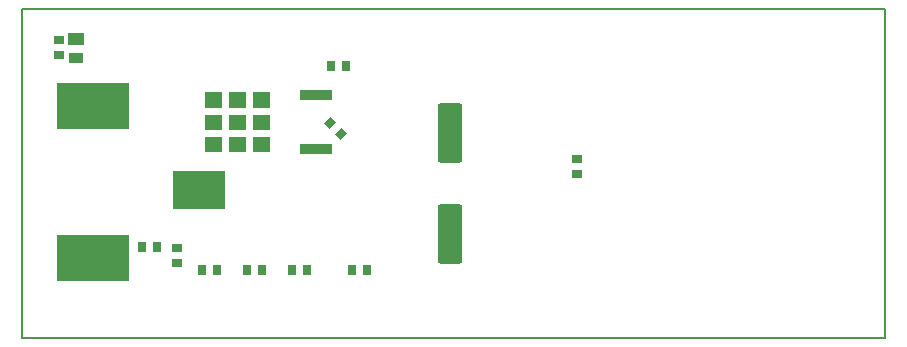
<source format=gtp>
G04 Layer_Color=8421504*
%FSLAX24Y24*%
%MOIN*%
G70*
G01*
G75*
%ADD10R,0.0319X0.0280*%
%ADD11R,0.0512X0.0374*%
%ADD12R,0.0520X0.0386*%
%ADD13R,0.0280X0.0319*%
G04:AMPARAMS|DCode=14|XSize=31.9mil|YSize=28mil|CornerRadius=0mil|HoleSize=0mil|Usage=FLASHONLY|Rotation=45.000|XOffset=0mil|YOffset=0mil|HoleType=Round|Shape=Rectangle|*
%AMROTATEDRECTD14*
4,1,4,-0.0014,-0.0212,-0.0212,-0.0014,0.0014,0.0212,0.0212,0.0014,-0.0014,-0.0212,0.0*
%
%ADD14ROTATEDRECTD14*%

G04:AMPARAMS|DCode=15|XSize=199.2mil|YSize=83.1mil|CornerRadius=10.4mil|HoleSize=0mil|Usage=FLASHONLY|Rotation=270.000|XOffset=0mil|YOffset=0mil|HoleType=Round|Shape=RoundedRectangle|*
%AMROUNDEDRECTD15*
21,1,0.1992,0.0623,0,0,270.0*
21,1,0.1784,0.0831,0,0,270.0*
1,1,0.0208,-0.0312,-0.0892*
1,1,0.0208,-0.0312,0.0892*
1,1,0.0208,0.0312,0.0892*
1,1,0.0208,0.0312,-0.0892*
%
%ADD15ROUNDEDRECTD15*%
%ADD17R,0.1114X0.0382*%
%ADD18R,0.2441X0.1535*%
%ADD19R,0.1732X0.1299*%
%ADD21C,0.0050*%
G36*
X18268Y16187D02*
X17693D01*
Y16703D01*
X18268D01*
Y16187D01*
D02*
G37*
G36*
X16669Y16927D02*
X16094D01*
Y17443D01*
X16669D01*
Y16927D01*
D02*
G37*
G36*
Y16187D02*
X16094D01*
Y16703D01*
X16669D01*
Y16187D01*
D02*
G37*
G36*
X17469D02*
X16894D01*
Y16703D01*
X17469D01*
Y16187D01*
D02*
G37*
G36*
Y16927D02*
X16894D01*
Y17443D01*
X17469D01*
Y16927D01*
D02*
G37*
G36*
Y17667D02*
X16894D01*
Y18183D01*
X17469D01*
Y17667D01*
D02*
G37*
G36*
X18268D02*
X17693D01*
Y18183D01*
X18268D01*
Y17667D01*
D02*
G37*
G36*
Y16927D02*
X17693D01*
Y17443D01*
X18268D01*
Y16927D01*
D02*
G37*
G36*
X16669Y17667D02*
X16094D01*
Y18183D01*
X16669D01*
Y17667D01*
D02*
G37*
D10*
X11220Y19427D02*
D03*
Y19935D02*
D03*
X28504Y15963D02*
D03*
Y15455D02*
D03*
X15150Y12500D02*
D03*
Y13008D02*
D03*
D11*
X11772Y19339D02*
D03*
D12*
Y19953D02*
D03*
D13*
X15996Y12250D02*
D03*
X16504D02*
D03*
X17496D02*
D03*
X18004D02*
D03*
X19504D02*
D03*
X18996D02*
D03*
X21504D02*
D03*
X20996D02*
D03*
X13996Y13039D02*
D03*
X14504D02*
D03*
X20785Y19055D02*
D03*
X20278D02*
D03*
D14*
X20271Y17150D02*
D03*
X20630Y16791D02*
D03*
D15*
X24256Y16817D02*
D03*
Y13451D02*
D03*
D17*
X19799Y18087D02*
D03*
Y16283D02*
D03*
D18*
X12350Y17732D02*
D03*
Y12654D02*
D03*
D19*
X15874Y14937D02*
D03*
D21*
X38740Y10000D02*
Y20960D01*
X10000Y10000D02*
X38740D01*
X10000Y20960D02*
X38740D01*
X10000Y10000D02*
Y20960D01*
M02*

</source>
